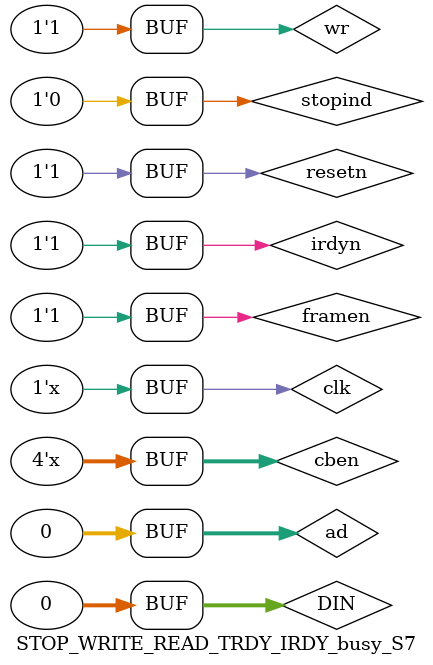
<source format=v>
module basic_READ_S1;
wire [31:0] Datastoredinsidepci; wire devseln,trdyn;
	wire [31:0]ad; reg resetn; reg framen;
	reg irdyn; reg [3:0]cben;
	wire stop; reg wr; reg[31:0]DIN=32'h00000000;
	assign ad=(wr==1)?DIN:32'hzzzzzzzz;
        reg clk=0;
	always #5 clk=~clk;
	initial begin
   #0  resetn=1'b0; framen=1'b1; wr=1'b0; irdyn=1'b1; cben=4'bzzzz;
   #10 resetn=1'b1; framen=1'b0; DIN =32'h00000FA1; cben=4'b0010; wr=1'b1; //10
   #10 irdyn=1'b0; wr=1'b0; cben=4'b0000;//20
   #20 cben=4'b1111; //30
  #10 cben=4'b0101;framen=1'b1;
  #10 cben=4'bzzzz; irdyn=1'b1; resetn=1'b0;
end
	TARGET_DEVICE PCI(devseln,trdyn,resetn,ad,framen,irdyn,clk,cben,stop);

endmodule




module READ_IRDY_busy_S2;
	wire [31:0] Datastoredinsidepci; wire devseln,trdyn;
	wire [31:0]ad; reg resetn; reg framen;
	reg irdyn; reg [3:0]cben;
	wire stop; reg wr; reg[31:0]DIN=32'h00000000;
	assign ad=(wr==1)?DIN:32'hzzzzzzzz;
        reg clk=0;
	always #5 clk=~clk;
	initial begin
#0  resetn=1'b0; framen=1'b1; wr=1'b0; irdyn=1'b1; cben=4'bzzzz;
#10 resetn=1'b1; framen=1'b0; DIN =32'h00000FA1; cben=4'b0010; wr=1'b1; //10
#10 irdyn=1'b0; wr=1'b0; cben=4'b0000;//20
#20 cben=4'b1111; irdyn=1'b1;
#10 irdyn=1'b0; //30
#10 cben=4'b0101;framen=1'b1;
#10 cben=4'bzzzz; irdyn=1'b1; 

end
	TARGET_DEVICE PCI(devseln,trdyn,resetn,ad,framen,irdyn,clk,cben,stop);
endmodule





module basic_WRITE_READ_S3;
wire [31:0] Datastoredinsidepci; wire devseln,trdyn;
	wire [31:0]ad; reg resetn; reg framen;
	reg irdyn; reg [3:0]cben;
	wire stop; reg wr; reg[31:0]DIN=32'h00000000;
	assign ad=(wr==1)?DIN:32'hzzzzzzzz;
        reg clk=0;
	always #5 clk=~clk;
	initial begin
	#0  resetn=1'b0; framen=1'b1; wr=1'b0; cben=4'bzzzz; irdyn=1'b1;//0
	#10 framen=1'b0; wr=1'b1;  DIN=32'h00000FA1; cben=4'b0011;resetn=1'b1;//10
	#10 DIN=32'h01011010; irdyn=1'b0; cben=4'b0111;//20
	#10 DIN=32'h00011111; cben=4'b0000;//30
	#10 DIN=32'h00001111; cben=4'b0011;//40
	#10 DIN=32'h11000111; cben=4'b1110; framen=1'b1;//60
	#10  wr=1'b0; cben=4'bzzzz; irdyn=1'b1;//70
	#10 framen=1'b0; cben=4'b0010; wr=1'b1; DIN=32'h00000FA1;//80
	#10 wr=1'b0; cben=4'b1011; irdyn=1'b0;//90
	#20 cben=4'b0011; //100	
	#10 cben=4'b1111; //irdyn=1'b1;//110
      	#10 cben=4'b1011; framen=1'b1; //120
	#10 cben=4'bzzzz; wr=1'b1; DIN=32'hzzzzzzzz; irdyn=1'b1; resetn=1'b0;//130
   end
	TARGET_DEVICE PCI(devseln,trdyn,resetn,ad,framen,irdyn,clk,cben,stop);

endmodule 




module WRITE_READ_IRDY_busy_S4;
	wire [31:0] Datastoredinsidepci; wire devseln,trdyn;
	wire [31:0]ad; reg resetn; reg framen;
	reg irdyn; reg [3:0]cben;
	wire stop; reg wr; reg[31:0]DIN=32'h00000000;
	assign ad=(wr==1)?DIN:32'hzzzzzzzz;
        reg clk=0;
	always #5 clk=~clk;
	initial begin
         #0  resetn=1'b0; framen=1'b1; wr=1'b0; cben=4'bzzzz; irdyn=1'b1;//0
	#10 framen=1'b0; wr=1'b1;  DIN=32'h00000FA1; cben=4'b0011;resetn=1'b1;//10
	#10 DIN=32'h01011010; irdyn=1'b0; cben=4'b0111;//20
	#10 DIN=32'h00011111; cben=4'b0000;//30
	#10 DIN=32'h00001111; cben=4'b0011;//40
	#10 DIN=32'h11000111; cben=4'b1110; framen=1'b1;//60
	#10  wr=1'b0; cben=4'bzzzz; irdyn=1'b1;//70
	#10 framen=1'b0; cben=4'b0010; wr=1'b1; DIN=32'h00000FA1;//80
	#10 wr=1'b0; cben=4'b1011; irdyn=1'b0;//90
	#20 cben=4'b0011; //110
	#10 cben=4'b1111; irdyn=1'b1;//120
	#10 irdyn=1'b0;//130
        #10 cben=4'b1011; framen=1'b1; //150
	#10 cben=4'bzzzz; wr=1'b1; DIN=32'hzzzzzzzz; irdyn=1'b1;//160
       end
	TARGET_DEVICE PCI(devseln,trdyn,resetn,ad,framen,irdyn,clk,cben,stop);
endmodule





module WRITE_READ_TRDY_busy_S5;
	wire [31:0] Datastoredinsidepci; wire devseln,trdyn;
	wire [31:0]ad; reg resetn; reg framen;
	reg irdyn; reg [3:0]cben;
	wire stop; reg wr; reg[31:0]DIN=32'h00000000;
	assign ad=(wr==1)?DIN:32'hzzzzzzzz;
        reg clk=0;
	always #5 clk=~clk;
	initial begin
#0  resetn=1'b0; framen=1'b1; wr=1'b0; cben=4'bzzzz; irdyn=1'b1;//0
#10 framen=1'b0; wr=1'b1;  DIN=32'h00000FA1; cben=4'b0011;resetn=1'b1;//10
#10 DIN=32'h01011010; irdyn=1'b0; cben=4'b0111;//20
#10 DIN=32'h00011111; cben=4'b0000;//30
#10 DIN=32'h00001111; cben=4'b0011;//40
#10 DIN=32'h01111111; cben=4'b0101;//50
#10 DIN=32'h11101110; cben=4'b1001; framen=1'b1;//60
#10 framen=1'b1;//70

#10  wr=1'b0; cben=4'bzzzz; irdyn=1'b1;//80
#10 framen=1'b0; cben=4'b0010; wr=1'b1; DIN=32'h00000FA1;//90
#10 wr=1'b0; cben=4'b1011; irdyn=1'b0;//100
#20 cben=4'b0011; //120
#10 cben=4'b1111; //130
#10 cben=4'b0110; //140
#10 cben=4'b0101; framen=1'b1;//150

#10 cben=4'bzzzz; wr=1'b1; DIN=32'hzzzzzzzz; irdyn=1'b1;//180	
end
	TARGET_DEVICE PCI(devseln,trdyn,resetn,ad,framen,irdyn,clk,cben,stop);

endmodule 




module WRITE_READ_TRDY_IRDY_busy_S6;
wire [31:0] Datastoredinsidepci; wire devseln,trdyn;
	wire [31:0]ad; reg resetn; reg framen;
	reg irdyn; reg [3:0]cben;
	wire stop; reg wr; reg[31:0]DIN=32'h00000000;
	assign ad=(wr==1)?DIN:32'hzzzzzzzz;
        reg clk=0;
	always #5 clk=~clk;
	initial begin
#0  resetn=1'b0; framen=1'b1; wr=1'b0; cben=4'bzzzz; irdyn=1'b1;//0
#10 framen=1'b0; wr=1'b1;  DIN=32'h00000FA1; cben=4'b0011;resetn=1'b1;//10
#10 DIN=32'h01011010; irdyn=1'b0; cben=4'b0111;//20
#10 DIN=32'h00011111; cben=4'b0000;//30
#10 DIN=32'h00001111; cben=4'b0011;//40
#10 DIN=32'h01111111; cben=4'b0101;//50
#10 DIN=32'h11101110; cben=4'b1001; framen=1'b1;//60
#10 framen=1'b1;//70

#10  wr=1'b0; cben=4'bzzzz; irdyn=1'b1;//80
#10 framen=1'b0; cben=4'b0010; wr=1'b1; DIN=32'h00000FA1;//90
#10 wr=1'b0; cben=4'b1011; irdyn=1'b0;//100
#20 cben=4'b0011; irdyn=1'b1; //120
#10 irdyn=1'b0;
#10 cben=4'b1111; //130
#10 cben=4'b0110; //140
#10 cben=4'b0101; framen=1'b1;//150

#10 cben=4'bzzzz; wr=1'b1; DIN=32'hzzzzzzzz; irdyn=1'b1;//180	
end
	TARGET_DEVICE PCI(devseln,trdyn,resetn,ad,framen,irdyn,clk,cben,stop);
endmodule






module STOP_WRITE_READ_TRDY_IRDY_busy_S7;
wire [31:0] Datastoredinsidepci; wire devseln,trdyn;
	wire [31:0]ad; reg resetn; reg framen;
	reg irdyn; reg [3:0]cben;
	wire stop; reg wr; reg[31:0]DIN=32'h00000000;
	assign ad=(wr==1)?DIN:32'hzzzzzzzz;
        reg stopind=1'b0;
reg clk=0;
	always #5 clk=~clk;
	initial begin

#0  resetn=1'b0; framen=1'b1; wr=1'b0; cben=4'bzzzz; irdyn=1'b1;//0
#10 framen=1'b0; wr=1'b1;  DIN=32'h00000FA1; cben=4'b0011;resetn=1'b1;//10
#10 DIN=32'h01011010; irdyn=1'b0; cben=4'b0111;//20
#10 DIN=32'h00011111; cben=4'b0000;//30
#10 DIN=32'h00001111; cben=4'b0011;//40
#10 DIN=32'h01111111; cben=4'b0101;//50
#10 DIN=32'h11101110; cben=4'b1101;
#20 DIN=32'h11111111; cben=4'b1110;
#10 DIN=32'h10011000; cben=4'b0100;
#10 DIN=32'h01011001; cben=4'b1000;
#10 framen=1'b1; if(stop) begin stopind=1'b1; irdyn=1'b1;  end DIN=32'h01A10011; cben=4'b1101; 
#10 if(stopind) begin wr=1'b0; cben=4'bzzzz; end
else
begin
 wr=1'b0; cben=4'bzzzz; irdyn=1'b1;//70
#10 framen=1'b0; cben=4'b0010; wr=1'b1; DIN=32'h00000FA1;//80
#10 wr=1'b0; cben=4'b1011; irdyn=1'b0;//90
#20 cben=4'b0011; irdyn=1'b1; //110
#10 cben=4'b1111; irdyn=1'b0; 
#10 cben=4'b0110;//140
#10 cben=4'b0101;
#10 cben=4'b1011; framen=1'b1; //150
#10 cben=4'bzzzz; wr=1'b1; DIN=32'hzzzzzzzz; irdyn=1'b1;
end
end
	TARGET_DEVICE PCI(devseln,trdyn,resetn,ad,framen,irdyn,clk,cben,stop);
endmodule


</source>
